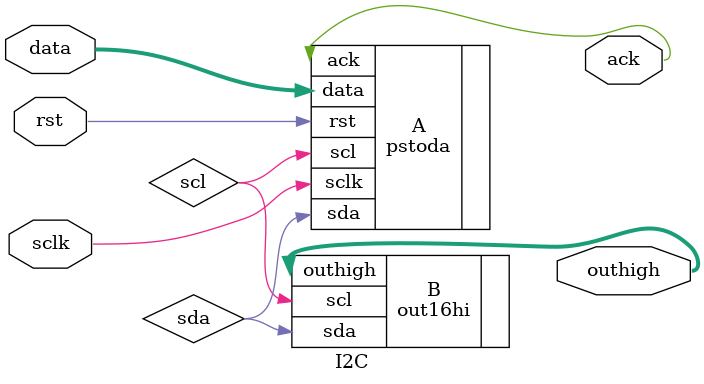
<source format=v>

module I2C (
					  //INPUT
					data,	//4bit data  input 
					sclk,	//clock using in the I2C
					rst,	//reset
					  //OUTPUT
					outhigh,	//16 bits output 
					ack		//data request 
					  );
//********************************************************
//DEFINE PARAMETER //
//********************************************************


//********************************************************
//DEFINE INPUT //
//********************************************************
input [3:0] data;
input sclk;
input rst;

//********************************************************
//DEFINE OUTPUT //
//********************************************************
output [15:0] outhigh; 
output ack;
//********************************************************
//OUTPUT ATRIBUTE //
//********************************************************
//REGS

//WIRES
wire 	scl,		//  I2C clock wire inside
		sda;		//  I2C data wire inside


//********************************************************
//MODULE  REGISTERS/WIRES DEFINE //
//********************************************************
pstoda A(.sclk(sclk),.rst(rst),.data(data),.ack(ack),.scl(scl),.sda(sda));
out16hi B(.scl(scl),.sda(sda),.outhigh(outhigh));



//********************************************************
//INSTANCE MODULE //
//********************************************************



//********************************************************
//MAIN CODE //
//********************************************************



//********************************************************//
endmodule











</source>
